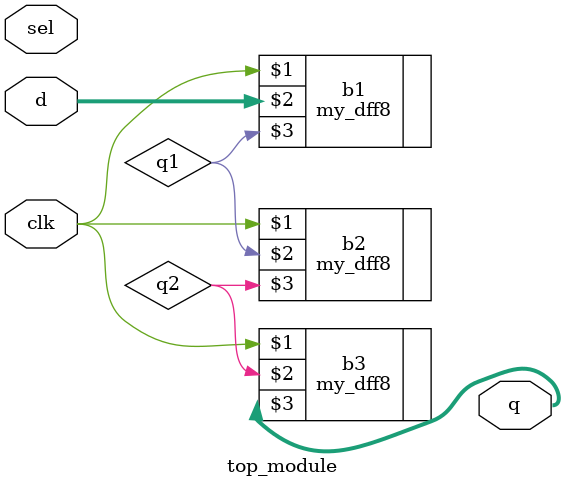
<source format=v>
module top_module (    input clk, 
    input [7:0] d, 
    input [1:0] sel, 
    output [7:0] q );
    wire q1,q2;
    my_dff8 b1(clk,d,q1);
    my_dff8 b2(clk,q1,q2);
    my_dff8 b3(clk,q2,q);
endmodule

</source>
